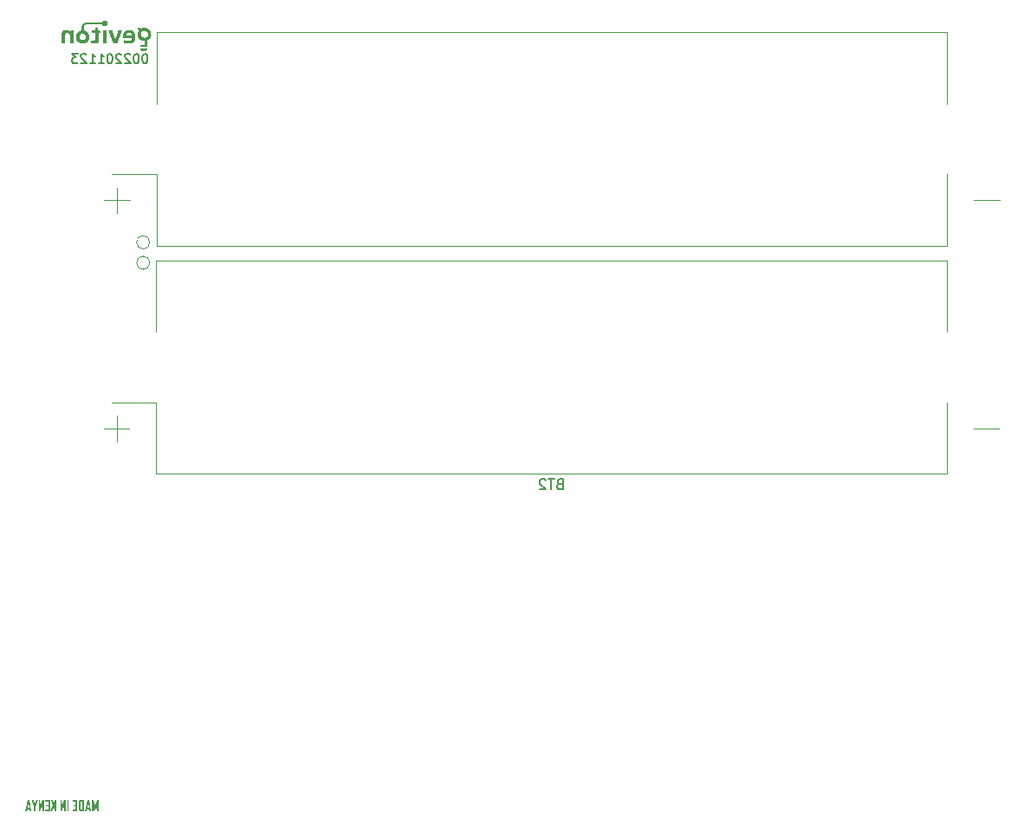
<source format=gbr>
G04 #@! TF.GenerationSoftware,KiCad,Pcbnew,7.0.2*
G04 #@! TF.CreationDate,2023-12-02T10:50:19+03:00*
G04 #@! TF.ProjectId,RpiPico_Agriboard,52706950-6963-46f5-9f41-677269626f61,rev?*
G04 #@! TF.SameCoordinates,Original*
G04 #@! TF.FileFunction,Legend,Bot*
G04 #@! TF.FilePolarity,Positive*
%FSLAX46Y46*%
G04 Gerber Fmt 4.6, Leading zero omitted, Abs format (unit mm)*
G04 Created by KiCad (PCBNEW 7.0.2) date 2023-12-02 10:50:19*
%MOMM*%
%LPD*%
G01*
G04 APERTURE LIST*
%ADD10C,0.200000*%
%ADD11C,0.150000*%
%ADD12C,0.120000*%
%ADD13C,0.100000*%
G04 APERTURE END LIST*
D10*
X135014285Y-53789857D02*
X134928571Y-53789857D01*
X134928571Y-53789857D02*
X134842857Y-53832714D01*
X134842857Y-53832714D02*
X134800000Y-53875571D01*
X134800000Y-53875571D02*
X134757142Y-53961285D01*
X134757142Y-53961285D02*
X134714285Y-54132714D01*
X134714285Y-54132714D02*
X134714285Y-54347000D01*
X134714285Y-54347000D02*
X134757142Y-54518428D01*
X134757142Y-54518428D02*
X134800000Y-54604142D01*
X134800000Y-54604142D02*
X134842857Y-54647000D01*
X134842857Y-54647000D02*
X134928571Y-54689857D01*
X134928571Y-54689857D02*
X135014285Y-54689857D01*
X135014285Y-54689857D02*
X135100000Y-54647000D01*
X135100000Y-54647000D02*
X135142857Y-54604142D01*
X135142857Y-54604142D02*
X135185714Y-54518428D01*
X135185714Y-54518428D02*
X135228571Y-54347000D01*
X135228571Y-54347000D02*
X135228571Y-54132714D01*
X135228571Y-54132714D02*
X135185714Y-53961285D01*
X135185714Y-53961285D02*
X135142857Y-53875571D01*
X135142857Y-53875571D02*
X135100000Y-53832714D01*
X135100000Y-53832714D02*
X135014285Y-53789857D01*
X134157142Y-53789857D02*
X134071428Y-53789857D01*
X134071428Y-53789857D02*
X133985714Y-53832714D01*
X133985714Y-53832714D02*
X133942857Y-53875571D01*
X133942857Y-53875571D02*
X133899999Y-53961285D01*
X133899999Y-53961285D02*
X133857142Y-54132714D01*
X133857142Y-54132714D02*
X133857142Y-54347000D01*
X133857142Y-54347000D02*
X133899999Y-54518428D01*
X133899999Y-54518428D02*
X133942857Y-54604142D01*
X133942857Y-54604142D02*
X133985714Y-54647000D01*
X133985714Y-54647000D02*
X134071428Y-54689857D01*
X134071428Y-54689857D02*
X134157142Y-54689857D01*
X134157142Y-54689857D02*
X134242857Y-54647000D01*
X134242857Y-54647000D02*
X134285714Y-54604142D01*
X134285714Y-54604142D02*
X134328571Y-54518428D01*
X134328571Y-54518428D02*
X134371428Y-54347000D01*
X134371428Y-54347000D02*
X134371428Y-54132714D01*
X134371428Y-54132714D02*
X134328571Y-53961285D01*
X134328571Y-53961285D02*
X134285714Y-53875571D01*
X134285714Y-53875571D02*
X134242857Y-53832714D01*
X134242857Y-53832714D02*
X134157142Y-53789857D01*
X133514285Y-53875571D02*
X133471428Y-53832714D01*
X133471428Y-53832714D02*
X133385714Y-53789857D01*
X133385714Y-53789857D02*
X133171428Y-53789857D01*
X133171428Y-53789857D02*
X133085714Y-53832714D01*
X133085714Y-53832714D02*
X133042856Y-53875571D01*
X133042856Y-53875571D02*
X132999999Y-53961285D01*
X132999999Y-53961285D02*
X132999999Y-54047000D01*
X132999999Y-54047000D02*
X133042856Y-54175571D01*
X133042856Y-54175571D02*
X133557142Y-54689857D01*
X133557142Y-54689857D02*
X132999999Y-54689857D01*
X132657142Y-53875571D02*
X132614285Y-53832714D01*
X132614285Y-53832714D02*
X132528571Y-53789857D01*
X132528571Y-53789857D02*
X132314285Y-53789857D01*
X132314285Y-53789857D02*
X132228571Y-53832714D01*
X132228571Y-53832714D02*
X132185713Y-53875571D01*
X132185713Y-53875571D02*
X132142856Y-53961285D01*
X132142856Y-53961285D02*
X132142856Y-54047000D01*
X132142856Y-54047000D02*
X132185713Y-54175571D01*
X132185713Y-54175571D02*
X132699999Y-54689857D01*
X132699999Y-54689857D02*
X132142856Y-54689857D01*
X131585713Y-53789857D02*
X131499999Y-53789857D01*
X131499999Y-53789857D02*
X131414285Y-53832714D01*
X131414285Y-53832714D02*
X131371428Y-53875571D01*
X131371428Y-53875571D02*
X131328570Y-53961285D01*
X131328570Y-53961285D02*
X131285713Y-54132714D01*
X131285713Y-54132714D02*
X131285713Y-54347000D01*
X131285713Y-54347000D02*
X131328570Y-54518428D01*
X131328570Y-54518428D02*
X131371428Y-54604142D01*
X131371428Y-54604142D02*
X131414285Y-54647000D01*
X131414285Y-54647000D02*
X131499999Y-54689857D01*
X131499999Y-54689857D02*
X131585713Y-54689857D01*
X131585713Y-54689857D02*
X131671428Y-54647000D01*
X131671428Y-54647000D02*
X131714285Y-54604142D01*
X131714285Y-54604142D02*
X131757142Y-54518428D01*
X131757142Y-54518428D02*
X131799999Y-54347000D01*
X131799999Y-54347000D02*
X131799999Y-54132714D01*
X131799999Y-54132714D02*
X131757142Y-53961285D01*
X131757142Y-53961285D02*
X131714285Y-53875571D01*
X131714285Y-53875571D02*
X131671428Y-53832714D01*
X131671428Y-53832714D02*
X131585713Y-53789857D01*
X130428570Y-54689857D02*
X130942856Y-54689857D01*
X130685713Y-54689857D02*
X130685713Y-53789857D01*
X130685713Y-53789857D02*
X130771427Y-53918428D01*
X130771427Y-53918428D02*
X130857142Y-54004142D01*
X130857142Y-54004142D02*
X130942856Y-54047000D01*
X129571427Y-54689857D02*
X130085713Y-54689857D01*
X129828570Y-54689857D02*
X129828570Y-53789857D01*
X129828570Y-53789857D02*
X129914284Y-53918428D01*
X129914284Y-53918428D02*
X129999999Y-54004142D01*
X129999999Y-54004142D02*
X130085713Y-54047000D01*
X129228570Y-53875571D02*
X129185713Y-53832714D01*
X129185713Y-53832714D02*
X129099999Y-53789857D01*
X129099999Y-53789857D02*
X128885713Y-53789857D01*
X128885713Y-53789857D02*
X128799999Y-53832714D01*
X128799999Y-53832714D02*
X128757141Y-53875571D01*
X128757141Y-53875571D02*
X128714284Y-53961285D01*
X128714284Y-53961285D02*
X128714284Y-54047000D01*
X128714284Y-54047000D02*
X128757141Y-54175571D01*
X128757141Y-54175571D02*
X129271427Y-54689857D01*
X129271427Y-54689857D02*
X128714284Y-54689857D01*
X128414284Y-53789857D02*
X127857141Y-53789857D01*
X127857141Y-53789857D02*
X128157141Y-54132714D01*
X128157141Y-54132714D02*
X128028570Y-54132714D01*
X128028570Y-54132714D02*
X127942856Y-54175571D01*
X127942856Y-54175571D02*
X127899998Y-54218428D01*
X127899998Y-54218428D02*
X127857141Y-54304142D01*
X127857141Y-54304142D02*
X127857141Y-54518428D01*
X127857141Y-54518428D02*
X127899998Y-54604142D01*
X127899998Y-54604142D02*
X127942856Y-54647000D01*
X127942856Y-54647000D02*
X128028570Y-54689857D01*
X128028570Y-54689857D02*
X128285713Y-54689857D01*
X128285713Y-54689857D02*
X128371427Y-54647000D01*
X128371427Y-54647000D02*
X128414284Y-54604142D01*
G36*
X129785589Y-127830000D02*
G01*
X129940195Y-127830000D01*
X129940195Y-127293886D01*
X129940042Y-127282800D01*
X129939584Y-127270668D01*
X129939040Y-127260883D01*
X129938325Y-127250509D01*
X129937438Y-127239548D01*
X129936379Y-127227998D01*
X129935148Y-127215860D01*
X129933745Y-127203134D01*
X129932171Y-127189820D01*
X129930425Y-127175917D01*
X130069399Y-127720579D01*
X130150976Y-127720579D01*
X130290439Y-127175917D01*
X130288737Y-127190069D01*
X130287202Y-127203581D01*
X130285835Y-127216453D01*
X130284635Y-127228685D01*
X130283602Y-127240278D01*
X130282737Y-127251231D01*
X130282039Y-127261544D01*
X130281369Y-127274300D01*
X130280997Y-127285919D01*
X130280914Y-127293886D01*
X130280914Y-127830000D01*
X130435519Y-127830000D01*
X130435519Y-126751423D01*
X130283600Y-126751423D01*
X130114584Y-127341025D01*
X130112882Y-127351037D01*
X130111948Y-127361015D01*
X130111241Y-127371800D01*
X130110718Y-127382362D01*
X130110432Y-127389385D01*
X130110104Y-127378648D01*
X130109394Y-127368747D01*
X130108287Y-127357490D01*
X130107022Y-127346763D01*
X130106280Y-127341025D01*
X129937508Y-126751423D01*
X129785589Y-126751423D01*
X129785589Y-127830000D01*
G37*
G36*
X129700837Y-127827313D02*
G01*
X129700837Y-127830000D01*
X129542079Y-127830000D01*
X129509839Y-127642421D01*
X129308583Y-127642421D01*
X129276343Y-127830000D01*
X129116852Y-127830000D01*
X129182812Y-127486106D01*
X129331297Y-127486106D01*
X129488590Y-127486106D01*
X129409455Y-127000795D01*
X129331297Y-127486106D01*
X129182812Y-127486106D01*
X129323726Y-126751423D01*
X129492742Y-126751423D01*
X129700837Y-127827313D01*
G37*
G36*
X129030635Y-127830000D02*
G01*
X128702861Y-127830000D01*
X128691077Y-127829789D01*
X128679600Y-127829156D01*
X128668431Y-127828102D01*
X128657569Y-127826626D01*
X128647014Y-127824728D01*
X128636766Y-127822409D01*
X128626826Y-127819668D01*
X128617192Y-127816505D01*
X128607866Y-127812921D01*
X128598848Y-127808914D01*
X128585895Y-127802115D01*
X128573634Y-127794366D01*
X128562064Y-127785668D01*
X128551186Y-127776022D01*
X128541103Y-127765497D01*
X128532012Y-127754255D01*
X128523912Y-127742296D01*
X128516805Y-127729620D01*
X128512617Y-127720770D01*
X128508871Y-127711603D01*
X128505565Y-127702116D01*
X128502700Y-127692311D01*
X128500275Y-127682188D01*
X128498292Y-127671745D01*
X128496749Y-127660984D01*
X128495647Y-127649905D01*
X128494986Y-127638506D01*
X128494766Y-127626789D01*
X128494766Y-127586001D01*
X128656210Y-127586001D01*
X128656306Y-127591395D01*
X128657073Y-127601671D01*
X128659662Y-127615799D01*
X128663977Y-127628387D01*
X128670018Y-127639433D01*
X128677784Y-127648938D01*
X128687277Y-127656901D01*
X128698495Y-127663323D01*
X128711440Y-127668204D01*
X128721028Y-127670601D01*
X128731384Y-127672314D01*
X128742506Y-127673342D01*
X128754396Y-127673684D01*
X128869678Y-127673684D01*
X128869678Y-126907739D01*
X128750244Y-126907739D01*
X128738857Y-126908075D01*
X128728205Y-126909086D01*
X128713604Y-126911864D01*
X128700656Y-126916158D01*
X128689361Y-126921968D01*
X128679719Y-126929293D01*
X128671729Y-126938134D01*
X128665393Y-126948490D01*
X128660710Y-126960362D01*
X128657680Y-126973749D01*
X128656578Y-126983516D01*
X128656210Y-126993956D01*
X128656210Y-127586001D01*
X128494766Y-127586001D01*
X128494766Y-126954633D01*
X128494821Y-126948765D01*
X128495262Y-126937264D01*
X128496143Y-126926079D01*
X128497466Y-126915208D01*
X128499229Y-126904652D01*
X128501433Y-126894411D01*
X128504077Y-126884485D01*
X128507163Y-126874874D01*
X128510689Y-126865577D01*
X128516805Y-126852223D01*
X128523912Y-126839577D01*
X128532012Y-126827639D01*
X128541103Y-126816410D01*
X128551186Y-126805889D01*
X128554735Y-126802538D01*
X128565844Y-126793124D01*
X128577644Y-126784667D01*
X128590136Y-126777167D01*
X128598848Y-126772699D01*
X128607866Y-126768657D01*
X128617192Y-126765040D01*
X128626826Y-126761848D01*
X128636766Y-126759082D01*
X128647014Y-126756742D01*
X128657569Y-126754827D01*
X128668431Y-126753338D01*
X128679600Y-126752274D01*
X128691077Y-126751636D01*
X128702861Y-126751423D01*
X129030635Y-126751423D01*
X129030635Y-127830000D01*
G37*
G36*
X127928122Y-127830000D02*
G01*
X128374110Y-127830000D01*
X128374110Y-126751423D01*
X127932274Y-126751423D01*
X127932274Y-126907739D01*
X128213154Y-126907739D01*
X128213154Y-127204738D01*
X127971353Y-127204738D01*
X127971353Y-127361053D01*
X128213154Y-127361053D01*
X128213154Y-127673684D01*
X127928122Y-127673684D01*
X127928122Y-127830000D01*
G37*
G36*
X127369295Y-127830000D02*
G01*
X127530006Y-127830000D01*
X127530006Y-126751423D01*
X127369295Y-126751423D01*
X127369295Y-127830000D01*
G37*
G36*
X126694940Y-127830000D02*
G01*
X126835868Y-127830000D01*
X127093545Y-127151249D01*
X127091083Y-127163312D01*
X127088950Y-127174711D01*
X127087145Y-127185446D01*
X127085668Y-127195518D01*
X127084283Y-127207173D01*
X127083411Y-127217790D01*
X127083042Y-127229162D01*
X127083042Y-127830000D01*
X127239846Y-127830000D01*
X127239846Y-126751423D01*
X127098918Y-126751423D01*
X126841242Y-127416496D01*
X126843703Y-127404433D01*
X126845836Y-127393034D01*
X126847642Y-127382299D01*
X126849118Y-127372227D01*
X126850503Y-127360572D01*
X126851375Y-127349954D01*
X126851744Y-127338583D01*
X126851744Y-126751423D01*
X126694940Y-126751423D01*
X126694940Y-127830000D01*
G37*
G36*
X125739462Y-127830000D02*
G01*
X125916538Y-127830000D01*
X126120481Y-127352749D01*
X126120481Y-127830000D01*
X126281437Y-127830000D01*
X126281437Y-126751423D01*
X126120481Y-126751423D01*
X126120481Y-127211821D01*
X125941939Y-126751423D01*
X125766085Y-126751423D01*
X125766085Y-126758995D01*
X125984682Y-127275080D01*
X125739462Y-127830000D01*
G37*
G36*
X125232658Y-127830000D02*
G01*
X125678646Y-127830000D01*
X125678646Y-126751423D01*
X125236810Y-126751423D01*
X125236810Y-126907739D01*
X125517690Y-126907739D01*
X125517690Y-127204738D01*
X125275889Y-127204738D01*
X125275889Y-127361053D01*
X125517690Y-127361053D01*
X125517690Y-127673684D01*
X125232658Y-127673684D01*
X125232658Y-127830000D01*
G37*
G36*
X124580774Y-127830000D02*
G01*
X124721702Y-127830000D01*
X124979378Y-127151249D01*
X124976917Y-127163312D01*
X124974784Y-127174711D01*
X124972978Y-127185446D01*
X124971502Y-127195518D01*
X124970117Y-127207173D01*
X124969245Y-127217790D01*
X124968876Y-127229162D01*
X124968876Y-127830000D01*
X125125680Y-127830000D01*
X125125680Y-126751423D01*
X124984752Y-126751423D01*
X124727076Y-127416496D01*
X124729537Y-127404433D01*
X124731670Y-127393034D01*
X124733475Y-127382299D01*
X124734952Y-127372227D01*
X124736337Y-127360572D01*
X124737209Y-127349954D01*
X124737578Y-127338583D01*
X124737578Y-126751423D01*
X124580774Y-126751423D01*
X124580774Y-127830000D01*
G37*
G36*
X123914724Y-126757773D02*
G01*
X124056873Y-127208401D01*
X124061936Y-127221754D01*
X124065493Y-127231551D01*
X124069195Y-127242063D01*
X124073042Y-127253290D01*
X124077034Y-127265233D01*
X124081171Y-127277892D01*
X124085452Y-127291266D01*
X124089879Y-127305356D01*
X124094451Y-127320161D01*
X124099168Y-127335682D01*
X124104030Y-127351919D01*
X124109037Y-127368871D01*
X124114189Y-127386538D01*
X124119486Y-127404921D01*
X124122189Y-127414381D01*
X124124928Y-127424020D01*
X124127704Y-127433838D01*
X124127704Y-127830000D01*
X124289148Y-127830000D01*
X124289148Y-127433838D01*
X124291293Y-127423707D01*
X124293605Y-127413464D01*
X124296084Y-127403110D01*
X124298731Y-127392645D01*
X124301545Y-127382067D01*
X124304527Y-127371378D01*
X124307676Y-127360578D01*
X124310993Y-127349665D01*
X124314477Y-127338642D01*
X124318128Y-127327506D01*
X124320655Y-127320020D01*
X124325074Y-127307563D01*
X124329231Y-127295837D01*
X124333126Y-127284841D01*
X124336760Y-127274576D01*
X124340133Y-127265042D01*
X124344702Y-127252111D01*
X124348682Y-127240825D01*
X124352075Y-127231183D01*
X124355683Y-127220884D01*
X124359135Y-127210918D01*
X124359979Y-127208401D01*
X124501395Y-126757529D01*
X124501395Y-126751423D01*
X124335799Y-126751423D01*
X124207327Y-127220858D01*
X124079588Y-126751423D01*
X123914724Y-126751423D01*
X123914724Y-126757773D01*
G37*
G36*
X123875157Y-127827313D02*
G01*
X123875157Y-127830000D01*
X123716399Y-127830000D01*
X123684159Y-127642421D01*
X123482903Y-127642421D01*
X123450662Y-127830000D01*
X123291172Y-127830000D01*
X123357132Y-127486106D01*
X123505617Y-127486106D01*
X123662909Y-127486106D01*
X123583775Y-127000795D01*
X123505617Y-127486106D01*
X123357132Y-127486106D01*
X123498046Y-126751423D01*
X123667062Y-126751423D01*
X123875157Y-127827313D01*
G37*
D11*
X175485714Y-95838809D02*
X175342857Y-95886428D01*
X175342857Y-95886428D02*
X175295238Y-95934047D01*
X175295238Y-95934047D02*
X175247619Y-96029285D01*
X175247619Y-96029285D02*
X175247619Y-96172142D01*
X175247619Y-96172142D02*
X175295238Y-96267380D01*
X175295238Y-96267380D02*
X175342857Y-96315000D01*
X175342857Y-96315000D02*
X175438095Y-96362619D01*
X175438095Y-96362619D02*
X175819047Y-96362619D01*
X175819047Y-96362619D02*
X175819047Y-95362619D01*
X175819047Y-95362619D02*
X175485714Y-95362619D01*
X175485714Y-95362619D02*
X175390476Y-95410238D01*
X175390476Y-95410238D02*
X175342857Y-95457857D01*
X175342857Y-95457857D02*
X175295238Y-95553095D01*
X175295238Y-95553095D02*
X175295238Y-95648333D01*
X175295238Y-95648333D02*
X175342857Y-95743571D01*
X175342857Y-95743571D02*
X175390476Y-95791190D01*
X175390476Y-95791190D02*
X175485714Y-95838809D01*
X175485714Y-95838809D02*
X175819047Y-95838809D01*
X174961904Y-95362619D02*
X174390476Y-95362619D01*
X174676190Y-96362619D02*
X174676190Y-95362619D01*
X174104761Y-95457857D02*
X174057142Y-95410238D01*
X174057142Y-95410238D02*
X173961904Y-95362619D01*
X173961904Y-95362619D02*
X173723809Y-95362619D01*
X173723809Y-95362619D02*
X173628571Y-95410238D01*
X173628571Y-95410238D02*
X173580952Y-95457857D01*
X173580952Y-95457857D02*
X173533333Y-95553095D01*
X173533333Y-95553095D02*
X173533333Y-95648333D01*
X173533333Y-95648333D02*
X173580952Y-95791190D01*
X173580952Y-95791190D02*
X174152380Y-96362619D01*
X174152380Y-96362619D02*
X173533333Y-96362619D01*
D12*
X130950000Y-90400000D02*
X133450000Y-90400000D01*
X132200000Y-89150000D02*
X132200000Y-91650000D01*
X136060000Y-73960000D02*
X136060000Y-80960000D01*
X136060000Y-87840000D02*
X131700000Y-87840000D01*
X136060000Y-94840000D02*
X136060000Y-87840000D01*
X213340000Y-73960000D02*
X136060000Y-73960000D01*
X213340000Y-80960000D02*
X213340000Y-73960000D01*
X213340000Y-87840000D02*
X213340000Y-94820000D01*
X213340000Y-94840000D02*
X136060000Y-94840000D01*
X218450000Y-90400000D02*
X215950000Y-90400000D01*
X218480000Y-68100000D02*
X215980000Y-68100000D01*
X213370000Y-72540000D02*
X136090000Y-72540000D01*
X213370000Y-65540000D02*
X213370000Y-72520000D01*
X213370000Y-58660000D02*
X213370000Y-51660000D01*
X213370000Y-51660000D02*
X136090000Y-51660000D01*
X136090000Y-72540000D02*
X136090000Y-65540000D01*
X136090000Y-65540000D02*
X131730000Y-65540000D01*
X136090000Y-51660000D02*
X136090000Y-58660000D01*
X132230000Y-66850000D02*
X132230000Y-69350000D01*
X130980000Y-68100000D02*
X133480000Y-68100000D01*
D13*
X135450000Y-74200000D02*
G75*
G03*
X135450000Y-74200000I-650000J0D01*
G01*
G36*
X131218754Y-52096899D02*
G01*
X131218754Y-52743933D01*
X131043711Y-52743933D01*
X130868668Y-52743933D01*
X130868668Y-52096899D01*
X130868668Y-51449865D01*
X131043711Y-51449865D01*
X131218754Y-51449865D01*
X131218754Y-52096899D01*
G37*
G36*
X135066318Y-53260470D02*
G01*
X135105710Y-53261000D01*
X135136735Y-53262027D01*
X135160353Y-53263670D01*
X135177525Y-53266049D01*
X135189212Y-53269285D01*
X135196373Y-53273497D01*
X135199971Y-53278805D01*
X135200964Y-53285330D01*
X135200315Y-53293191D01*
X135198983Y-53302508D01*
X135197204Y-53311553D01*
X135183620Y-53342285D01*
X135158436Y-53374804D01*
X135122127Y-53408458D01*
X135111511Y-53416887D01*
X135055629Y-53454569D01*
X134998104Y-53482935D01*
X134941546Y-53500651D01*
X134930950Y-53502166D01*
X134907798Y-53503681D01*
X134878773Y-53504301D01*
X134847772Y-53503892D01*
X134812905Y-53502181D01*
X134784302Y-53498951D01*
X134759427Y-53493525D01*
X134733801Y-53485168D01*
X134692350Y-53467836D01*
X134644637Y-53442600D01*
X134600783Y-53413862D01*
X134562876Y-53383168D01*
X134533006Y-53352061D01*
X134513260Y-53322086D01*
X134506213Y-53304940D01*
X134503639Y-53285365D01*
X134510921Y-53272546D01*
X134528279Y-53265649D01*
X134529335Y-53265496D01*
X134541815Y-53264721D01*
X134565264Y-53263960D01*
X134598400Y-53263233D01*
X134639940Y-53262556D01*
X134688602Y-53261951D01*
X134743106Y-53261434D01*
X134802168Y-53261025D01*
X134864507Y-53260743D01*
X134888330Y-53260661D01*
X134958589Y-53260421D01*
X135017598Y-53260317D01*
X135066318Y-53260470D01*
G37*
G36*
X130364783Y-51254504D02*
G01*
X130377298Y-51287954D01*
X130391676Y-51326227D01*
X130405262Y-51362247D01*
X130416273Y-51391282D01*
X130438018Y-51448352D01*
X130534560Y-51506935D01*
X130631103Y-51565518D01*
X130631106Y-51642099D01*
X130631110Y-51718681D01*
X130547034Y-51718681D01*
X130462958Y-51718681D01*
X130460541Y-52089084D01*
X130460229Y-52135295D01*
X130459683Y-52207375D01*
X130459110Y-52268573D01*
X130458478Y-52319921D01*
X130457752Y-52362454D01*
X130456900Y-52397203D01*
X130455888Y-52425203D01*
X130454682Y-52447487D01*
X130453250Y-52465087D01*
X130451558Y-52479038D01*
X130449572Y-52490372D01*
X130447259Y-52500123D01*
X130427086Y-52558417D01*
X130396982Y-52614740D01*
X130359129Y-52662650D01*
X130314359Y-52700894D01*
X130309893Y-52703837D01*
X130280109Y-52719686D01*
X130243305Y-52734754D01*
X130204043Y-52747346D01*
X130166883Y-52755764D01*
X130147588Y-52758127D01*
X130113882Y-52760338D01*
X130073863Y-52761536D01*
X130031021Y-52761716D01*
X129988845Y-52760873D01*
X129950825Y-52759002D01*
X129920450Y-52756099D01*
X129904419Y-52753711D01*
X129863242Y-52745923D01*
X129821642Y-52736087D01*
X129783908Y-52725276D01*
X129754332Y-52714564D01*
X129730888Y-52704525D01*
X129730888Y-52574192D01*
X129730910Y-52561956D01*
X129731258Y-52524329D01*
X129731981Y-52491873D01*
X129733011Y-52466421D01*
X129734280Y-52449805D01*
X129735720Y-52443859D01*
X129739372Y-52444449D01*
X129753292Y-52447522D01*
X129774670Y-52452630D01*
X129800650Y-52459104D01*
X129832040Y-52466482D01*
X129898385Y-52477456D01*
X129955680Y-52479850D01*
X130003915Y-52473666D01*
X130043079Y-52458906D01*
X130073160Y-52435572D01*
X130094148Y-52403666D01*
X130095865Y-52399629D01*
X130098154Y-52392742D01*
X130100062Y-52384062D01*
X130101622Y-52372518D01*
X130102871Y-52357039D01*
X130103843Y-52336554D01*
X130104574Y-52309993D01*
X130105098Y-52276283D01*
X130105453Y-52234355D01*
X130105671Y-52183136D01*
X130105790Y-52121557D01*
X130105843Y-52048545D01*
X130105981Y-51718872D01*
X129926249Y-51717214D01*
X129746517Y-51715555D01*
X129744830Y-51582710D01*
X129743143Y-51449865D01*
X129924562Y-51449865D01*
X130105981Y-51449865D01*
X130105981Y-51312331D01*
X130105981Y-51174797D01*
X130220509Y-51174797D01*
X130335037Y-51174797D01*
X130364783Y-51254504D01*
G37*
G36*
X127326221Y-51428876D02*
G01*
X127378396Y-51433929D01*
X127422798Y-51442614D01*
X127460451Y-51453781D01*
X127521666Y-51477992D01*
X127573771Y-51507850D01*
X127618554Y-51544468D01*
X127657804Y-51588961D01*
X127663595Y-51596063D01*
X127675493Y-51607778D01*
X127683987Y-51612405D01*
X127687969Y-51610228D01*
X127692797Y-51602432D01*
X127698746Y-51587709D01*
X127706280Y-51564755D01*
X127715865Y-51532265D01*
X127727964Y-51488937D01*
X127738698Y-51449865D01*
X127875206Y-51449865D01*
X128011715Y-51449865D01*
X128011715Y-52096899D01*
X128011715Y-52743933D01*
X127833902Y-52743933D01*
X127656089Y-52743933D01*
X127653695Y-52367278D01*
X127653311Y-52308603D01*
X127652748Y-52234123D01*
X127652099Y-52170310D01*
X127651284Y-52116078D01*
X127650225Y-52070346D01*
X127648842Y-52032030D01*
X127647053Y-52000047D01*
X127644781Y-51973312D01*
X127641944Y-51950743D01*
X127638463Y-51931257D01*
X127634258Y-51913769D01*
X127629250Y-51897197D01*
X127623358Y-51880457D01*
X127616502Y-51862466D01*
X127601382Y-51829161D01*
X127572648Y-51786361D01*
X127536896Y-51753579D01*
X127493675Y-51730524D01*
X127442531Y-51716904D01*
X127383012Y-51712429D01*
X127381086Y-51712434D01*
X127329235Y-51716847D01*
X127285859Y-51729897D01*
X127250310Y-51752127D01*
X127221942Y-51784081D01*
X127200107Y-51826300D01*
X127184158Y-51879329D01*
X127182283Y-51888687D01*
X127180484Y-51900786D01*
X127178960Y-51915640D01*
X127177689Y-51934223D01*
X127176649Y-51957510D01*
X127175818Y-51986477D01*
X127175175Y-52022097D01*
X127174697Y-52065347D01*
X127174364Y-52117200D01*
X127174152Y-52178631D01*
X127174041Y-52250616D01*
X127174009Y-52334128D01*
X127174009Y-52743933D01*
X126995840Y-52743933D01*
X126817672Y-52743933D01*
X126817697Y-52289134D01*
X126817724Y-52210755D01*
X126817844Y-52127015D01*
X126818110Y-52054062D01*
X126818574Y-51990957D01*
X126819288Y-51936762D01*
X126820305Y-51890540D01*
X126821675Y-51851351D01*
X126823452Y-51818259D01*
X126825688Y-51790324D01*
X126828434Y-51766610D01*
X126831744Y-51746177D01*
X126835668Y-51728089D01*
X126840260Y-51711407D01*
X126845572Y-51695192D01*
X126851655Y-51678507D01*
X126865044Y-51647145D01*
X126899136Y-51590232D01*
X126942860Y-51541231D01*
X126996113Y-51500230D01*
X127058794Y-51467314D01*
X127130800Y-51442571D01*
X127164373Y-51435517D01*
X127215078Y-51429669D01*
X127270405Y-51427455D01*
X127326221Y-51428876D01*
G37*
G36*
X132670349Y-51449511D02*
G01*
X132702556Y-51449751D01*
X132727878Y-51450233D01*
X132744444Y-51450977D01*
X132750381Y-51451999D01*
X132750369Y-51452049D01*
X132747891Y-51458796D01*
X132741364Y-51476137D01*
X132731173Y-51503060D01*
X132717705Y-51538556D01*
X132701345Y-51581611D01*
X132682479Y-51631216D01*
X132661491Y-51686358D01*
X132638768Y-51746027D01*
X132614696Y-51809211D01*
X132589659Y-51874898D01*
X132564043Y-51942078D01*
X132538234Y-52009739D01*
X132512617Y-52076869D01*
X132487578Y-52142458D01*
X132463502Y-52205494D01*
X132440776Y-52264966D01*
X132419783Y-52319862D01*
X132400911Y-52369172D01*
X132384544Y-52411883D01*
X132371068Y-52446985D01*
X132366015Y-52460191D01*
X132356449Y-52485525D01*
X132348782Y-52506264D01*
X132344325Y-52518878D01*
X132340952Y-52528287D01*
X132333749Y-52547495D01*
X132323846Y-52573498D01*
X132312227Y-52603753D01*
X132299873Y-52635719D01*
X132287767Y-52666856D01*
X132276892Y-52694620D01*
X132268230Y-52716471D01*
X132262764Y-52729867D01*
X132256778Y-52743933D01*
X132076018Y-52743933D01*
X132046692Y-52743921D01*
X132000292Y-52743801D01*
X131964311Y-52743486D01*
X131937389Y-52742895D01*
X131918165Y-52741948D01*
X131905278Y-52740565D01*
X131897366Y-52738665D01*
X131893068Y-52736168D01*
X131891025Y-52732993D01*
X131890490Y-52731597D01*
X131886165Y-52720276D01*
X131877873Y-52698552D01*
X131865965Y-52667348D01*
X131850794Y-52627586D01*
X131832711Y-52580188D01*
X131812068Y-52526077D01*
X131789217Y-52466173D01*
X131764508Y-52401399D01*
X131738295Y-52332678D01*
X131710928Y-52260930D01*
X131682759Y-52187078D01*
X131654140Y-52112044D01*
X131625423Y-52036751D01*
X131596959Y-51962119D01*
X131569100Y-51889071D01*
X131542197Y-51818529D01*
X131516603Y-51751415D01*
X131492669Y-51688651D01*
X131470747Y-51631159D01*
X131466327Y-51619561D01*
X131446772Y-51568053D01*
X131431426Y-51527233D01*
X131419997Y-51496306D01*
X131412194Y-51474476D01*
X131407725Y-51460946D01*
X131406301Y-51454920D01*
X131406848Y-51454529D01*
X131416267Y-51453281D01*
X131436184Y-51452164D01*
X131465056Y-51451222D01*
X131501339Y-51450496D01*
X131543489Y-51450030D01*
X131589961Y-51449865D01*
X131773622Y-51449865D01*
X131795712Y-51513943D01*
X131797817Y-51520061D01*
X131807021Y-51546986D01*
X131819556Y-51583830D01*
X131834926Y-51629122D01*
X131852632Y-51681387D01*
X131872176Y-51739153D01*
X131893060Y-51800947D01*
X131914786Y-51865296D01*
X131936857Y-51930727D01*
X131958774Y-51995766D01*
X131980040Y-52058942D01*
X132000156Y-52118779D01*
X132011301Y-52152641D01*
X132030927Y-52216366D01*
X132046891Y-52274133D01*
X132058852Y-52324569D01*
X132066469Y-52366300D01*
X132069403Y-52397955D01*
X132070490Y-52418143D01*
X132073188Y-52432559D01*
X132076783Y-52435627D01*
X132080620Y-52426977D01*
X132084047Y-52406239D01*
X132087306Y-52380219D01*
X132101161Y-52301973D01*
X132121935Y-52217982D01*
X132150096Y-52126255D01*
X132154071Y-52114317D01*
X132168666Y-52070659D01*
X132185132Y-52021638D01*
X132203050Y-51968483D01*
X132221999Y-51912422D01*
X132241563Y-51854685D01*
X132261320Y-51796503D01*
X132280853Y-51739103D01*
X132299741Y-51683715D01*
X132317567Y-51631570D01*
X132333910Y-51583895D01*
X132348352Y-51541920D01*
X132360474Y-51506875D01*
X132369856Y-51479990D01*
X132376080Y-51462492D01*
X132378726Y-51455613D01*
X132379487Y-51455264D01*
X132389435Y-51454140D01*
X132409342Y-51453094D01*
X132437338Y-51452146D01*
X132471549Y-51451312D01*
X132510106Y-51450612D01*
X132551136Y-51450064D01*
X132592767Y-51449686D01*
X132633129Y-51449495D01*
X132670349Y-51449511D01*
G37*
G36*
X134034309Y-51998025D02*
G01*
X134038798Y-52103150D01*
X134038730Y-52118480D01*
X134034519Y-52208172D01*
X134023442Y-52288904D01*
X134005011Y-52362264D01*
X133978742Y-52429834D01*
X133944150Y-52493200D01*
X133900749Y-52553946D01*
X133893082Y-52563201D01*
X133846342Y-52609561D01*
X133789982Y-52651711D01*
X133726137Y-52688545D01*
X133656944Y-52718956D01*
X133584539Y-52741833D01*
X133511057Y-52756071D01*
X133496846Y-52757578D01*
X133462662Y-52759748D01*
X133420863Y-52761119D01*
X133374604Y-52761694D01*
X133327039Y-52761472D01*
X133281324Y-52760454D01*
X133240613Y-52758640D01*
X133208060Y-52756031D01*
X133172478Y-52751326D01*
X133089973Y-52734678D01*
X133009699Y-52710887D01*
X132936365Y-52681247D01*
X132919173Y-52673159D01*
X132919173Y-52536629D01*
X132919323Y-52498769D01*
X132920038Y-52455777D01*
X132921339Y-52424922D01*
X132923219Y-52406324D01*
X132925673Y-52400098D01*
X132927716Y-52400400D01*
X132939474Y-52404559D01*
X132955590Y-52412044D01*
X132972038Y-52419686D01*
X133005240Y-52432839D01*
X133045024Y-52446721D01*
X133087966Y-52460218D01*
X133130639Y-52472217D01*
X133169619Y-52481605D01*
X133192765Y-52486208D01*
X133222873Y-52490804D01*
X133254734Y-52493781D01*
X133291927Y-52495445D01*
X133338026Y-52496104D01*
X133342385Y-52496125D01*
X133380952Y-52496115D01*
X133409880Y-52495523D01*
X133431772Y-52494099D01*
X133449234Y-52491592D01*
X133464873Y-52487751D01*
X133481293Y-52482326D01*
X133519795Y-52465693D01*
X133568849Y-52433649D01*
X133609439Y-52392539D01*
X133641386Y-52342606D01*
X133664508Y-52284093D01*
X133678627Y-52217241D01*
X133682627Y-52187546D01*
X133265757Y-52187546D01*
X132848888Y-52187546D01*
X132852034Y-52032820D01*
X132852136Y-52027861D01*
X132853295Y-51978331D01*
X132854580Y-51939559D01*
X133181738Y-51939559D01*
X133182341Y-51941897D01*
X133185182Y-51944115D01*
X133191410Y-51945889D01*
X133202163Y-51947269D01*
X133218583Y-51948303D01*
X133241807Y-51949039D01*
X133272976Y-51949527D01*
X133313230Y-51949816D01*
X133363707Y-51949953D01*
X133425548Y-51949988D01*
X133669357Y-51949988D01*
X133669265Y-51929670D01*
X133668976Y-51922524D01*
X133665058Y-51894409D01*
X133657615Y-51861940D01*
X133647995Y-51830412D01*
X133637546Y-51805117D01*
X133625668Y-51785350D01*
X133598548Y-51752263D01*
X133566129Y-51722996D01*
X133532614Y-51701694D01*
X133529159Y-51700022D01*
X133513159Y-51692997D01*
X133498177Y-51688470D01*
X133480834Y-51685893D01*
X133457751Y-51684723D01*
X133425548Y-51684413D01*
X133421559Y-51684409D01*
X133390280Y-51684705D01*
X133367728Y-51685975D01*
X133350493Y-51688741D01*
X133335169Y-51693525D01*
X133318346Y-51700851D01*
X133317881Y-51701070D01*
X133274948Y-51728077D01*
X133239449Y-51764456D01*
X133213069Y-51808482D01*
X133208614Y-51819256D01*
X133198616Y-51849387D01*
X133190021Y-51882755D01*
X133184004Y-51914448D01*
X133181738Y-51939559D01*
X132854580Y-51939559D01*
X132854596Y-51939071D01*
X132856206Y-51908026D01*
X132858295Y-51883144D01*
X132861030Y-51862374D01*
X132864582Y-51843662D01*
X132869119Y-51824957D01*
X132870506Y-51819758D01*
X132897359Y-51742182D01*
X132933584Y-51671670D01*
X132978556Y-51608976D01*
X133031647Y-51554855D01*
X133092230Y-51510060D01*
X133159679Y-51475347D01*
X133186906Y-51464516D01*
X133229371Y-51450236D01*
X133271223Y-51440085D01*
X133315707Y-51433494D01*
X133366067Y-51429894D01*
X133425548Y-51428717D01*
X133426758Y-51428714D01*
X133490741Y-51429981D01*
X133545499Y-51434347D01*
X133593984Y-51442293D01*
X133639147Y-51454300D01*
X133683940Y-51470850D01*
X133753277Y-51504736D01*
X133820476Y-51549762D01*
X133878584Y-51603139D01*
X133927646Y-51664945D01*
X133967706Y-51735258D01*
X133998807Y-51814157D01*
X134020993Y-51901720D01*
X134027667Y-51949988D01*
X134034309Y-51998025D01*
G37*
G36*
X135581527Y-51870318D02*
G01*
X135573120Y-51959365D01*
X135559104Y-52024357D01*
X135530279Y-52107815D01*
X135490486Y-52186128D01*
X135440255Y-52258559D01*
X135380118Y-52324371D01*
X135310603Y-52382827D01*
X135232242Y-52433189D01*
X135204110Y-52448878D01*
X135200984Y-52736616D01*
X135200713Y-52761476D01*
X135199988Y-52824904D01*
X135199301Y-52877352D01*
X135198590Y-52919949D01*
X135197797Y-52953825D01*
X135196863Y-52980108D01*
X135195729Y-52999928D01*
X135194334Y-53014414D01*
X135192620Y-53024696D01*
X135190527Y-53031903D01*
X135187997Y-53037164D01*
X135184969Y-53041608D01*
X135178884Y-53049223D01*
X135150833Y-53073978D01*
X135118947Y-53087755D01*
X135113093Y-53088583D01*
X135094360Y-53089806D01*
X135065867Y-53090839D01*
X135029326Y-53091680D01*
X134986448Y-53092329D01*
X134938945Y-53092784D01*
X134888529Y-53093045D01*
X134836910Y-53093111D01*
X134785801Y-53092981D01*
X134736912Y-53092654D01*
X134691957Y-53092129D01*
X134652645Y-53091406D01*
X134620690Y-53090482D01*
X134597801Y-53089359D01*
X134585692Y-53088033D01*
X134562993Y-53080379D01*
X134534240Y-53061431D01*
X134514042Y-53035648D01*
X134503369Y-53005074D01*
X134503188Y-52971753D01*
X134514469Y-52937731D01*
X134515630Y-52935519D01*
X134532742Y-52912065D01*
X134556838Y-52895533D01*
X134559584Y-52894161D01*
X134567686Y-52890478D01*
X134576315Y-52887585D01*
X134586967Y-52885389D01*
X134601139Y-52883792D01*
X134620329Y-52882700D01*
X134646033Y-52882017D01*
X134679749Y-52881648D01*
X134722974Y-52881496D01*
X134777204Y-52881467D01*
X134969677Y-52881467D01*
X134969677Y-52694736D01*
X134969677Y-52508006D01*
X134886845Y-52504773D01*
X134872431Y-52504103D01*
X134809742Y-52498021D01*
X134752379Y-52486252D01*
X134695739Y-52467631D01*
X134635220Y-52440991D01*
X134620406Y-52433575D01*
X134545334Y-52388173D01*
X134478591Y-52334408D01*
X134420464Y-52273329D01*
X134371240Y-52205987D01*
X134331204Y-52133430D01*
X134300643Y-52056707D01*
X134279843Y-51976869D01*
X134269091Y-51894965D01*
X134268804Y-51837956D01*
X134574589Y-51837956D01*
X134577688Y-51898855D01*
X134591800Y-51959978D01*
X134617531Y-52020105D01*
X134643202Y-52058682D01*
X134680850Y-52098948D01*
X134725552Y-52134691D01*
X134774454Y-52163659D01*
X134824699Y-52183597D01*
X134877729Y-52194861D01*
X134941743Y-52197209D01*
X135004754Y-52187388D01*
X135065784Y-52165567D01*
X135123851Y-52131916D01*
X135137039Y-52122179D01*
X135183649Y-52078448D01*
X135220728Y-52027575D01*
X135247750Y-51970892D01*
X135264188Y-51909735D01*
X135269514Y-51845434D01*
X135263202Y-51779324D01*
X135254101Y-51742703D01*
X135230546Y-51686889D01*
X135197359Y-51636599D01*
X135155924Y-51592804D01*
X135107621Y-51556475D01*
X135053832Y-51528583D01*
X134995938Y-51510100D01*
X134935321Y-51501996D01*
X134873362Y-51505244D01*
X134810350Y-51520410D01*
X134753328Y-51545585D01*
X134703076Y-51579522D01*
X134660201Y-51621002D01*
X134625309Y-51668805D01*
X134599005Y-51721712D01*
X134581897Y-51778502D01*
X134574589Y-51837956D01*
X134268804Y-51837956D01*
X134268673Y-51812044D01*
X134278874Y-51729155D01*
X134299983Y-51647349D01*
X134332284Y-51567674D01*
X134376065Y-51491180D01*
X134388360Y-51472490D01*
X134400883Y-51452887D01*
X134409123Y-51439279D01*
X134411721Y-51433848D01*
X134405994Y-51431381D01*
X134390816Y-51425411D01*
X134368565Y-51416871D01*
X134341603Y-51406675D01*
X134334394Y-51403935D01*
X134295357Y-51387445D01*
X134266725Y-51371543D01*
X134246841Y-51354892D01*
X134234051Y-51336160D01*
X134226700Y-51314010D01*
X134224724Y-51279767D01*
X134233908Y-51246463D01*
X134253733Y-51217929D01*
X134283261Y-51196119D01*
X134284027Y-51195724D01*
X134297672Y-51190337D01*
X134313088Y-51187963D01*
X134331899Y-51188910D01*
X134355730Y-51193483D01*
X134386209Y-51201989D01*
X134424958Y-51214735D01*
X134473605Y-51232028D01*
X134487193Y-51236958D01*
X134525398Y-51250676D01*
X134554130Y-51260595D01*
X134575111Y-51267162D01*
X134590064Y-51270819D01*
X134600710Y-51272012D01*
X134608772Y-51271186D01*
X134615971Y-51268785D01*
X134628596Y-51263580D01*
X134681184Y-51242640D01*
X134725760Y-51226563D01*
X134764931Y-51214738D01*
X134801302Y-51206558D01*
X134837477Y-51201412D01*
X134876063Y-51198692D01*
X134919665Y-51197789D01*
X134934489Y-51197837D01*
X135013071Y-51202434D01*
X135085151Y-51214924D01*
X135153994Y-51236048D01*
X135222865Y-51266546D01*
X135263648Y-51289053D01*
X135335959Y-51339336D01*
X135400005Y-51398075D01*
X135455266Y-51464239D01*
X135501219Y-51536795D01*
X135537343Y-51614713D01*
X135563117Y-51696961D01*
X135578019Y-51782506D01*
X135580533Y-51845434D01*
X135581527Y-51870318D01*
G37*
G36*
X129548772Y-52132362D02*
G01*
X129539011Y-52216666D01*
X129517850Y-52300508D01*
X129484853Y-52382925D01*
X129469210Y-52413424D01*
X129421830Y-52487804D01*
X129365377Y-52555015D01*
X129301004Y-52614201D01*
X129229862Y-52664503D01*
X129153103Y-52705063D01*
X129071877Y-52735024D01*
X128987337Y-52753528D01*
X128906937Y-52760664D01*
X128816273Y-52757560D01*
X128728260Y-52742625D01*
X128643727Y-52716127D01*
X128563507Y-52678335D01*
X128488431Y-52629518D01*
X128419330Y-52569943D01*
X128367333Y-52512405D01*
X128317309Y-52440917D01*
X128277714Y-52364750D01*
X128248576Y-52285017D01*
X128229924Y-52202827D01*
X128222057Y-52122060D01*
X128558474Y-52122060D01*
X128568708Y-52182026D01*
X128589724Y-52238552D01*
X128620748Y-52290286D01*
X128661005Y-52335879D01*
X128709719Y-52373979D01*
X128766117Y-52403236D01*
X128793324Y-52412078D01*
X128836863Y-52420356D01*
X128883385Y-52423946D01*
X128928167Y-52422550D01*
X128966485Y-52415869D01*
X129024026Y-52394241D01*
X129077844Y-52362137D01*
X129123826Y-52321580D01*
X129161103Y-52273697D01*
X129188806Y-52219617D01*
X129206065Y-52160467D01*
X129212011Y-52097375D01*
X129210417Y-52064833D01*
X129198784Y-52004952D01*
X129176845Y-51949701D01*
X129145754Y-51900056D01*
X129106665Y-51856997D01*
X129060731Y-51821502D01*
X129009105Y-51794550D01*
X128952943Y-51777118D01*
X128893396Y-51770187D01*
X128831619Y-51774733D01*
X128790053Y-51784758D01*
X128733822Y-51808484D01*
X128683090Y-51841973D01*
X128639179Y-51883891D01*
X128603413Y-51932905D01*
X128577115Y-51987682D01*
X128561608Y-52046886D01*
X128559798Y-52060002D01*
X128558474Y-52122060D01*
X128222057Y-52122060D01*
X128221788Y-52119294D01*
X128224196Y-52035529D01*
X128237177Y-51952643D01*
X128260761Y-51871748D01*
X128294976Y-51793957D01*
X128339851Y-51720380D01*
X128395415Y-51652129D01*
X128427863Y-51619383D01*
X128497096Y-51561181D01*
X128570841Y-51513689D01*
X128648164Y-51477466D01*
X128728131Y-51453069D01*
X128772507Y-51443042D01*
X128776807Y-51313608D01*
X128777743Y-51286954D01*
X128780745Y-51219591D01*
X128784498Y-51162407D01*
X128789284Y-51113691D01*
X128795383Y-51071732D01*
X128803076Y-51034819D01*
X128812644Y-51001240D01*
X128824367Y-50969283D01*
X128838525Y-50937238D01*
X128849536Y-50915305D01*
X128865599Y-50888983D01*
X128885066Y-50864389D01*
X128911260Y-50836939D01*
X128918736Y-50829678D01*
X128953954Y-50799511D01*
X128992116Y-50773743D01*
X129034579Y-50751916D01*
X129082701Y-50733572D01*
X129137838Y-50718253D01*
X129201349Y-50705500D01*
X129274591Y-50694856D01*
X129358922Y-50685862D01*
X129369272Y-50685015D01*
X129390345Y-50683744D01*
X129416805Y-50682640D01*
X129449301Y-50681697D01*
X129488478Y-50680910D01*
X129534983Y-50680275D01*
X129589464Y-50679785D01*
X129652567Y-50679436D01*
X129724938Y-50679221D01*
X129807225Y-50679136D01*
X129900074Y-50679176D01*
X130004133Y-50679335D01*
X130120047Y-50679607D01*
X130147160Y-50679676D01*
X130251102Y-50679876D01*
X130347496Y-50679954D01*
X130435848Y-50679912D01*
X130515661Y-50679753D01*
X130586440Y-50679481D01*
X130647689Y-50679099D01*
X130698914Y-50678609D01*
X130739617Y-50678014D01*
X130769305Y-50677318D01*
X130787481Y-50676522D01*
X130793650Y-50675631D01*
X130793654Y-50675375D01*
X130798079Y-50663170D01*
X130809392Y-50645056D01*
X130825485Y-50623663D01*
X130844254Y-50601621D01*
X130863593Y-50581556D01*
X130881394Y-50566100D01*
X130918243Y-50542090D01*
X130960876Y-50523996D01*
X131007551Y-50514653D01*
X131061474Y-50513117D01*
X131083728Y-50514081D01*
X131107663Y-50516246D01*
X131126900Y-50520323D01*
X131146012Y-50527384D01*
X131169570Y-50538503D01*
X131205593Y-50559575D01*
X131247837Y-50595070D01*
X131281035Y-50636501D01*
X131305179Y-50682415D01*
X131320265Y-50731365D01*
X131326285Y-50781899D01*
X131323233Y-50832568D01*
X131311104Y-50881922D01*
X131289891Y-50928511D01*
X131259589Y-50970884D01*
X131220190Y-51007592D01*
X131171689Y-51037184D01*
X131128343Y-51053700D01*
X131073859Y-51063605D01*
X131019161Y-51062808D01*
X130965970Y-51051865D01*
X130916004Y-51031332D01*
X130870984Y-51001765D01*
X130832630Y-50963723D01*
X130802660Y-50917760D01*
X130786816Y-50886492D01*
X130088498Y-50889059D01*
X130054883Y-50889183D01*
X129943438Y-50889621D01*
X129843520Y-50890072D01*
X129754364Y-50890566D01*
X129675209Y-50891130D01*
X129605292Y-50891793D01*
X129543851Y-50892583D01*
X129490124Y-50893527D01*
X129443347Y-50894654D01*
X129402758Y-50895991D01*
X129367595Y-50897568D01*
X129337096Y-50899412D01*
X129310498Y-50901551D01*
X129287038Y-50904013D01*
X129265954Y-50906826D01*
X129246484Y-50910019D01*
X129227865Y-50913620D01*
X129209335Y-50917655D01*
X129190130Y-50922155D01*
X129173573Y-50926316D01*
X129132529Y-50939014D01*
X129098046Y-50954313D01*
X129069546Y-50973305D01*
X129046447Y-50997081D01*
X129028170Y-51026735D01*
X129014135Y-51063358D01*
X129003763Y-51108043D01*
X128996474Y-51161882D01*
X128991688Y-51225967D01*
X128988825Y-51301391D01*
X128988653Y-51308082D01*
X128987563Y-51352196D01*
X128986920Y-51385521D01*
X128986823Y-51409572D01*
X128987366Y-51425858D01*
X128988645Y-51435894D01*
X128990758Y-51441190D01*
X128993799Y-51443259D01*
X128997865Y-51443613D01*
X129001694Y-51443957D01*
X129017370Y-51446971D01*
X129039960Y-51452421D01*
X129065963Y-51459490D01*
X129115494Y-51475758D01*
X129195707Y-51511723D01*
X129268888Y-51556854D01*
X129334600Y-51610189D01*
X129392407Y-51670765D01*
X129441871Y-51737619D01*
X129482556Y-51809788D01*
X129514026Y-51886310D01*
X129535843Y-51966221D01*
X129547571Y-52048560D01*
X129548271Y-52097375D01*
X129548772Y-52132362D01*
G37*
X135450000Y-72200000D02*
G75*
G03*
X135450000Y-72200000I-650000J0D01*
G01*
M02*

</source>
